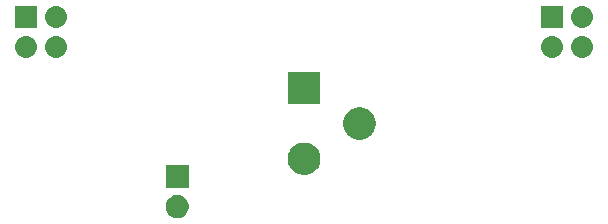
<source format=gbr>
G04 #@! TF.GenerationSoftware,KiCad,Pcbnew,(5.1.4)-1*
G04 #@! TF.CreationDate,2019-09-27T14:23:11+09:00*
G04 #@! TF.ProjectId,project 02,70726f6a-6563-4742-9030-322e6b696361,1*
G04 #@! TF.SameCoordinates,Original*
G04 #@! TF.FileFunction,Soldermask,Bot*
G04 #@! TF.FilePolarity,Negative*
%FSLAX46Y46*%
G04 Gerber Fmt 4.6, Leading zero omitted, Abs format (unit mm)*
G04 Created by KiCad (PCBNEW (5.1.4)-1) date 2019-09-27 14:23:11*
%MOMM*%
%LPD*%
G04 APERTURE LIST*
%ADD10C,0.100000*%
G04 APERTURE END LIST*
D10*
G36*
X119471880Y-46588810D02*
G01*
X119534747Y-46601315D01*
X119712404Y-46674903D01*
X119872291Y-46781736D01*
X120008264Y-46917709D01*
X120115097Y-47077596D01*
X120188685Y-47255253D01*
X120226200Y-47443853D01*
X120226200Y-47636147D01*
X120188685Y-47824747D01*
X120115097Y-48002404D01*
X120008264Y-48162291D01*
X119872291Y-48298264D01*
X119712404Y-48405097D01*
X119534747Y-48478685D01*
X119471880Y-48491190D01*
X119346149Y-48516200D01*
X119153851Y-48516200D01*
X119028120Y-48491190D01*
X118965253Y-48478685D01*
X118787596Y-48405097D01*
X118627709Y-48298264D01*
X118491736Y-48162291D01*
X118384903Y-48002404D01*
X118311315Y-47824747D01*
X118273800Y-47636147D01*
X118273800Y-47443853D01*
X118311315Y-47255253D01*
X118384903Y-47077596D01*
X118491736Y-46917709D01*
X118627709Y-46781736D01*
X118787596Y-46674903D01*
X118965253Y-46601315D01*
X119028120Y-46588810D01*
X119153851Y-46563800D01*
X119346149Y-46563800D01*
X119471880Y-46588810D01*
X119471880Y-46588810D01*
G37*
G36*
X120226200Y-45976200D02*
G01*
X118273800Y-45976200D01*
X118273800Y-44023800D01*
X120226200Y-44023800D01*
X120226200Y-45976200D01*
X120226200Y-45976200D01*
G37*
G36*
X130401423Y-42176686D02*
G01*
X130651874Y-42280426D01*
X130877276Y-42431035D01*
X131068965Y-42622724D01*
X131219574Y-42848126D01*
X131323314Y-43098577D01*
X131376200Y-43364455D01*
X131376200Y-43635545D01*
X131323314Y-43901423D01*
X131219574Y-44151874D01*
X131068965Y-44377276D01*
X130877276Y-44568965D01*
X130651874Y-44719574D01*
X130401423Y-44823314D01*
X130135545Y-44876200D01*
X129864455Y-44876200D01*
X129598577Y-44823314D01*
X129348126Y-44719574D01*
X129122724Y-44568965D01*
X128931035Y-44377276D01*
X128780426Y-44151874D01*
X128676686Y-43901423D01*
X128623800Y-43635545D01*
X128623800Y-43364455D01*
X128676686Y-43098577D01*
X128780426Y-42848126D01*
X128931035Y-42622724D01*
X129122724Y-42431035D01*
X129348126Y-42280426D01*
X129598577Y-42176686D01*
X129864455Y-42123800D01*
X130135545Y-42123800D01*
X130401423Y-42176686D01*
X130401423Y-42176686D01*
G37*
G36*
X135101423Y-39176686D02*
G01*
X135351874Y-39280426D01*
X135577276Y-39431035D01*
X135768965Y-39622724D01*
X135919574Y-39848126D01*
X136023314Y-40098577D01*
X136076200Y-40364455D01*
X136076200Y-40635545D01*
X136023314Y-40901423D01*
X135919574Y-41151874D01*
X135768965Y-41377276D01*
X135577276Y-41568965D01*
X135351874Y-41719574D01*
X135101423Y-41823314D01*
X134835545Y-41876200D01*
X134564455Y-41876200D01*
X134298577Y-41823314D01*
X134048126Y-41719574D01*
X133822724Y-41568965D01*
X133631035Y-41377276D01*
X133480426Y-41151874D01*
X133376686Y-40901423D01*
X133323800Y-40635545D01*
X133323800Y-40364455D01*
X133376686Y-40098577D01*
X133480426Y-39848126D01*
X133631035Y-39622724D01*
X133822724Y-39431035D01*
X134048126Y-39280426D01*
X134298577Y-39176686D01*
X134564455Y-39123800D01*
X134835545Y-39123800D01*
X135101423Y-39176686D01*
X135101423Y-39176686D01*
G37*
G36*
X131376200Y-38876200D02*
G01*
X128623800Y-38876200D01*
X128623800Y-36123800D01*
X131376200Y-36123800D01*
X131376200Y-38876200D01*
X131376200Y-38876200D01*
G37*
G36*
X153721565Y-33127201D02*
G01*
X153896159Y-33180164D01*
X154057058Y-33266166D01*
X154198091Y-33381909D01*
X154313834Y-33522942D01*
X154399836Y-33683841D01*
X154452799Y-33858435D01*
X154470681Y-34040000D01*
X154452799Y-34221565D01*
X154399836Y-34396159D01*
X154313834Y-34557058D01*
X154198091Y-34698091D01*
X154057058Y-34813834D01*
X153896159Y-34899836D01*
X153721565Y-34952799D01*
X153585500Y-34966200D01*
X153494500Y-34966200D01*
X153358435Y-34952799D01*
X153183841Y-34899836D01*
X153022942Y-34813834D01*
X152881909Y-34698091D01*
X152766166Y-34557058D01*
X152680164Y-34396159D01*
X152627201Y-34221565D01*
X152609319Y-34040000D01*
X152627201Y-33858435D01*
X152680164Y-33683841D01*
X152766166Y-33522942D01*
X152881909Y-33381909D01*
X153022942Y-33266166D01*
X153183841Y-33180164D01*
X153358435Y-33127201D01*
X153494500Y-33113800D01*
X153585500Y-33113800D01*
X153721565Y-33127201D01*
X153721565Y-33127201D01*
G37*
G36*
X109181565Y-33127201D02*
G01*
X109356159Y-33180164D01*
X109517058Y-33266166D01*
X109658091Y-33381909D01*
X109773834Y-33522942D01*
X109859836Y-33683841D01*
X109912799Y-33858435D01*
X109930681Y-34040000D01*
X109912799Y-34221565D01*
X109859836Y-34396159D01*
X109773834Y-34557058D01*
X109658091Y-34698091D01*
X109517058Y-34813834D01*
X109356159Y-34899836D01*
X109181565Y-34952799D01*
X109045500Y-34966200D01*
X108954500Y-34966200D01*
X108818435Y-34952799D01*
X108643841Y-34899836D01*
X108482942Y-34813834D01*
X108341909Y-34698091D01*
X108226166Y-34557058D01*
X108140164Y-34396159D01*
X108087201Y-34221565D01*
X108069319Y-34040000D01*
X108087201Y-33858435D01*
X108140164Y-33683841D01*
X108226166Y-33522942D01*
X108341909Y-33381909D01*
X108482942Y-33266166D01*
X108643841Y-33180164D01*
X108818435Y-33127201D01*
X108954500Y-33113800D01*
X109045500Y-33113800D01*
X109181565Y-33127201D01*
X109181565Y-33127201D01*
G37*
G36*
X106641565Y-33127201D02*
G01*
X106816159Y-33180164D01*
X106977058Y-33266166D01*
X107118091Y-33381909D01*
X107233834Y-33522942D01*
X107319836Y-33683841D01*
X107372799Y-33858435D01*
X107390681Y-34040000D01*
X107372799Y-34221565D01*
X107319836Y-34396159D01*
X107233834Y-34557058D01*
X107118091Y-34698091D01*
X106977058Y-34813834D01*
X106816159Y-34899836D01*
X106641565Y-34952799D01*
X106505500Y-34966200D01*
X106414500Y-34966200D01*
X106278435Y-34952799D01*
X106103841Y-34899836D01*
X105942942Y-34813834D01*
X105801909Y-34698091D01*
X105686166Y-34557058D01*
X105600164Y-34396159D01*
X105547201Y-34221565D01*
X105529319Y-34040000D01*
X105547201Y-33858435D01*
X105600164Y-33683841D01*
X105686166Y-33522942D01*
X105801909Y-33381909D01*
X105942942Y-33266166D01*
X106103841Y-33180164D01*
X106278435Y-33127201D01*
X106414500Y-33113800D01*
X106505500Y-33113800D01*
X106641565Y-33127201D01*
X106641565Y-33127201D01*
G37*
G36*
X151181565Y-33127201D02*
G01*
X151356159Y-33180164D01*
X151517058Y-33266166D01*
X151658091Y-33381909D01*
X151773834Y-33522942D01*
X151859836Y-33683841D01*
X151912799Y-33858435D01*
X151930681Y-34040000D01*
X151912799Y-34221565D01*
X151859836Y-34396159D01*
X151773834Y-34557058D01*
X151658091Y-34698091D01*
X151517058Y-34813834D01*
X151356159Y-34899836D01*
X151181565Y-34952799D01*
X151045500Y-34966200D01*
X150954500Y-34966200D01*
X150818435Y-34952799D01*
X150643841Y-34899836D01*
X150482942Y-34813834D01*
X150341909Y-34698091D01*
X150226166Y-34557058D01*
X150140164Y-34396159D01*
X150087201Y-34221565D01*
X150069319Y-34040000D01*
X150087201Y-33858435D01*
X150140164Y-33683841D01*
X150226166Y-33522942D01*
X150341909Y-33381909D01*
X150482942Y-33266166D01*
X150643841Y-33180164D01*
X150818435Y-33127201D01*
X150954500Y-33113800D01*
X151045500Y-33113800D01*
X151181565Y-33127201D01*
X151181565Y-33127201D01*
G37*
G36*
X107386200Y-32426200D02*
G01*
X105533800Y-32426200D01*
X105533800Y-30573800D01*
X107386200Y-30573800D01*
X107386200Y-32426200D01*
X107386200Y-32426200D01*
G37*
G36*
X109181565Y-30587201D02*
G01*
X109356159Y-30640164D01*
X109517058Y-30726166D01*
X109658091Y-30841909D01*
X109773834Y-30982942D01*
X109859836Y-31143841D01*
X109912799Y-31318435D01*
X109930681Y-31500000D01*
X109912799Y-31681565D01*
X109859836Y-31856159D01*
X109773834Y-32017058D01*
X109658091Y-32158091D01*
X109517058Y-32273834D01*
X109356159Y-32359836D01*
X109181565Y-32412799D01*
X109045500Y-32426200D01*
X108954500Y-32426200D01*
X108818435Y-32412799D01*
X108643841Y-32359836D01*
X108482942Y-32273834D01*
X108341909Y-32158091D01*
X108226166Y-32017058D01*
X108140164Y-31856159D01*
X108087201Y-31681565D01*
X108069319Y-31500000D01*
X108087201Y-31318435D01*
X108140164Y-31143841D01*
X108226166Y-30982942D01*
X108341909Y-30841909D01*
X108482942Y-30726166D01*
X108643841Y-30640164D01*
X108818435Y-30587201D01*
X108954500Y-30573800D01*
X109045500Y-30573800D01*
X109181565Y-30587201D01*
X109181565Y-30587201D01*
G37*
G36*
X153721565Y-30587201D02*
G01*
X153896159Y-30640164D01*
X154057058Y-30726166D01*
X154198091Y-30841909D01*
X154313834Y-30982942D01*
X154399836Y-31143841D01*
X154452799Y-31318435D01*
X154470681Y-31500000D01*
X154452799Y-31681565D01*
X154399836Y-31856159D01*
X154313834Y-32017058D01*
X154198091Y-32158091D01*
X154057058Y-32273834D01*
X153896159Y-32359836D01*
X153721565Y-32412799D01*
X153585500Y-32426200D01*
X153494500Y-32426200D01*
X153358435Y-32412799D01*
X153183841Y-32359836D01*
X153022942Y-32273834D01*
X152881909Y-32158091D01*
X152766166Y-32017058D01*
X152680164Y-31856159D01*
X152627201Y-31681565D01*
X152609319Y-31500000D01*
X152627201Y-31318435D01*
X152680164Y-31143841D01*
X152766166Y-30982942D01*
X152881909Y-30841909D01*
X153022942Y-30726166D01*
X153183841Y-30640164D01*
X153358435Y-30587201D01*
X153494500Y-30573800D01*
X153585500Y-30573800D01*
X153721565Y-30587201D01*
X153721565Y-30587201D01*
G37*
G36*
X151926200Y-32426200D02*
G01*
X150073800Y-32426200D01*
X150073800Y-30573800D01*
X151926200Y-30573800D01*
X151926200Y-32426200D01*
X151926200Y-32426200D01*
G37*
M02*

</source>
